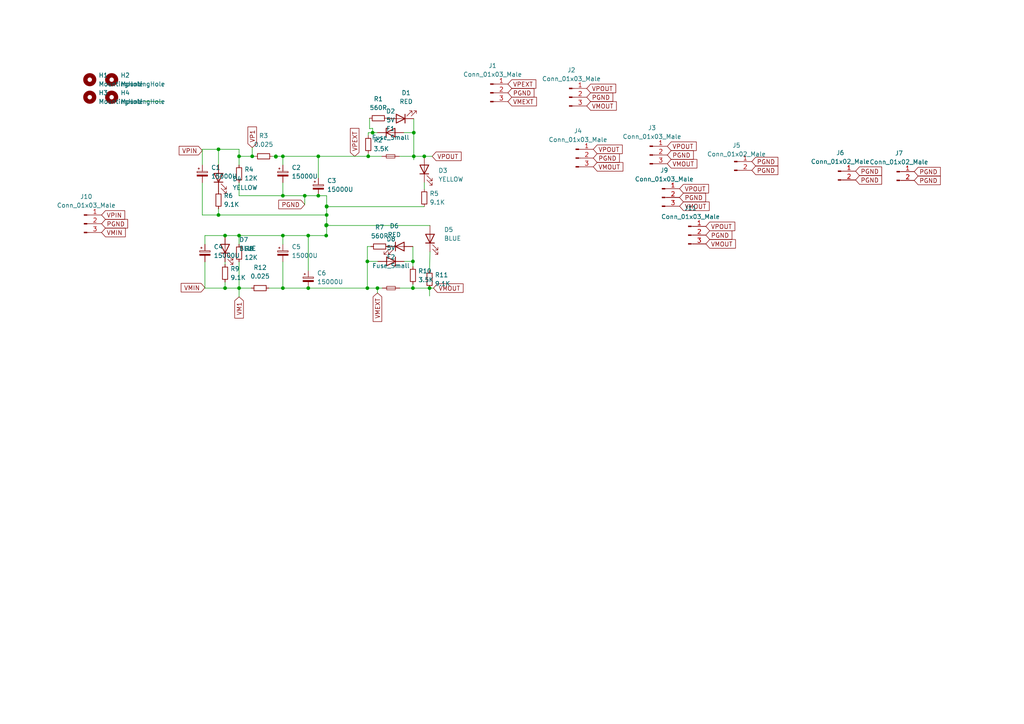
<source format=kicad_sch>
(kicad_sch (version 20211123) (generator eeschema)
  (paper "A4")
  (lib_symbols
    (symbol "Connector:Conn_01x02_Male" (pin_names (offset 1.016) hide)
      (property "Reference" "J" (at 0 2.54 0))
      (property "Value" "Conn_01x02_Male" (at 0 -5.08 0))
      (symbol "Conn_01x02_Male_1_1"
        (polyline (pts (xy 1.27 -2.54) (xy 0.8636 -2.54)) (stroke (width 0.1524)))
        (polyline (pts (xy 1.27 0) (xy 0.8636 0)) (stroke (width 0.1524)))
        (rectangle (start 0.8636 -2.413) (end 0 -2.667) (stroke (width 0.1524)) (fill (type outline)))
        (rectangle (start 0.8636 0.127) (end 0 -0.127) (stroke (width 0.1524)) (fill (type outline)))
        (pin passive line (at 5.08 0 180) (length 3.81) (name "Pin_1") (number "1"))
        (pin passive line (at 5.08 -2.54 180) (length 3.81) (name "Pin_2") (number "2"))
      )
    )
    (symbol "Connector:Conn_01x03_Male" (pin_names (offset 1.016) hide)
      (property "Reference" "J" (at 0 5.08 0))
      (property "Value" "Conn_01x03_Male" (at 0 -5.08 0))
      (symbol "Conn_01x03_Male_1_1"
        (polyline (pts (xy 1.27 -2.54) (xy 0.8636 -2.54)) (stroke (width 0.1524)))
        (polyline (pts (xy 1.27 0) (xy 0.8636 0)) (stroke (width 0.1524)))
        (polyline (pts (xy 1.27 2.54) (xy 0.8636 2.54)) (stroke (width 0.1524)))
        (rectangle (start 0.8636 -2.413) (end 0 -2.667) (stroke (width 0.1524)) (fill (type outline)))
        (rectangle (start 0.8636 0.127) (end 0 -0.127) (stroke (width 0.1524)) (fill (type outline)))
        (rectangle (start 0.8636 2.667) (end 0 2.413) (stroke (width 0.1524)) (fill (type outline)))
        (pin passive line (at 5.08 2.54 180) (length 3.81) (name "Pin_1") (number "1"))
        (pin passive line (at 5.08 0 180) (length 3.81) (name "Pin_2") (number "2"))
        (pin passive line (at 5.08 -2.54 180) (length 3.81) (name "Pin_3") (number "3"))
      )
    )
    (symbol "Device:C_Polarized_Small" (pin_numbers hide) (pin_names (offset 0.254) hide)
      (property "Reference" "C" (at 0.254 1.778 0))
      (property "Value" "C_Polarized_Small" (at 0.254 -2.032 0))
      (symbol "C_Polarized_Small_0_1"
        (rectangle (start -1.524 -0.3048) (end 1.524 -0.6858) (fill (type outline)))
        (rectangle (start -1.524 0.6858) (end 1.524 0.3048))
        (polyline (pts (xy -1.27 1.524) (xy -0.762 1.524)))
        (polyline (pts (xy -1.016 1.27) (xy -1.016 1.778)))
      )
      (symbol "C_Polarized_Small_1_1"
        (pin passive line (at 0 2.54 270) (length 1.8542) (name "~") (number "1"))
        (pin passive line (at 0 -2.54 90) (length 1.8542) (name "~") (number "2"))
      )
    )
    (symbol "Device:D_Zener" (pin_numbers hide) (pin_names (offset 1.016) hide)
      (property "Reference" "D" (at 0 2.54 0))
      (property "Value" "D_Zener" (at 0 -2.54 0))
      (symbol "D_Zener_0_1"
        (polyline (pts (xy 1.27 0) (xy -1.27 0)))
        (polyline (pts (xy -1.27 -1.27) (xy -1.27 1.27) (xy -0.762 1.27)) (stroke (width 0.254)))
        (polyline (pts (xy 1.27 -1.27) (xy 1.27 1.27) (xy -1.27 0) (xy 1.27 -1.27)) (stroke (width 0.254)))
      )
      (symbol "D_Zener_1_1"
        (pin passive line (at -3.81 0 0) (length 2.54) (name "K") (number "1"))
        (pin passive line (at 3.81 0 180) (length 2.54) (name "A") (number "2"))
      )
    )
    (symbol "Device:Fuse_Small" (pin_numbers hide) (pin_names (offset 0.254) hide)
      (property "Reference" "F" (at 0 -1.524 0))
      (property "Value" "Fuse_Small" (at 0 1.524 0))
      (symbol "Fuse_Small_0_1"
        (rectangle (start -1.27 0.508) (end 1.27 -0.508))
        (polyline (pts (xy -1.27 0) (xy 1.27 0)))
      )
      (symbol "Fuse_Small_1_1"
        (pin passive line (at -2.54 0 0) (length 1.27) (name "~") (number "1"))
        (pin passive line (at 2.54 0 180) (length 1.27) (name "~") (number "2"))
      )
    )
    (symbol "Device:LED" (pin_numbers hide) (pin_names (offset 1.016) hide)
      (property "Reference" "D" (at 0 2.54 0))
      (property "Value" "LED" (at 0 -2.54 0))
      (symbol "LED_0_1"
        (polyline (pts (xy -1.27 -1.27) (xy -1.27 1.27)) (stroke (width 0.254)))
        (polyline (pts (xy -1.27 0) (xy 1.27 0)))
        (polyline (pts (xy 1.27 -1.27) (xy 1.27 1.27) (xy -1.27 0) (xy 1.27 -1.27)) (stroke (width 0.254)))
        (polyline (pts (xy -3.048 -0.762) (xy -4.572 -2.286) (xy -3.81 -2.286) (xy -4.572 -2.286) (xy -4.572 -1.524)))
        (polyline (pts (xy -1.778 -0.762) (xy -3.302 -2.286) (xy -2.54 -2.286) (xy -3.302 -2.286) (xy -3.302 -1.524)))
      )
      (symbol "LED_1_1"
        (pin passive line (at -3.81 0 0) (length 2.54) (name "K") (number "1"))
        (pin passive line (at 3.81 0 180) (length 2.54) (name "A") (number "2"))
      )
    )
    (symbol "Device:R_Small" (pin_numbers hide) (pin_names (offset 0.254) hide)
      (property "Reference" "R" (at 0.762 0.508 0))
      (property "Value" "R_Small" (at 0.762 -1.016 0))
      (symbol "R_Small_0_1"
        (rectangle (start -0.762 1.778) (end 0.762 -1.778) (stroke (width 0.2032)))
      )
      (symbol "R_Small_1_1"
        (pin passive line (at 0 2.54 270) (length 0.762) (name "~") (number "1"))
        (pin passive line (at 0 -2.54 90) (length 0.762) (name "~") (number "2"))
      )
    )
    (symbol "Mechanical:MountingHole" (pin_names (offset 1.016))
      (property "Reference" "H" (at 0 5.08 0))
      (property "Value" "MountingHole" (at 0 3.175 0))
      (symbol "MountingHole_0_1"
        (circle (center 0 0) (radius 1.27) (stroke (width 1.27)))
      )
    )
  )
  (junction (at 106.553 83.566))
  (junction (at 94.615 65.278))
  (junction (at 65.278 68.326))
  (junction (at 69.342 68.326))
  (junction (at 123.063 45.339))
  (junction (at 92.329 45.339))
  (junction (at 94.742 65.278))
  (junction (at 94.742 59.817))
  (junction (at 80.01 45.339))
  (junction (at 89.408 83.566))
  (junction (at 69.342 45.339))
  (junction (at 120.015 45.339))
  (junction (at 108.077 38.481))
  (junction (at 73.152 45.339))
  (junction (at 94.742 62.357))
  (junction (at 119.761 75.819))
  (junction (at 82.042 83.566))
  (junction (at 88.392 56.769))
  (junction (at 63.373 43.307))
  (junction (at 109.474 83.566))
  (junction (at 120.015 38.481))
  (junction (at 82.042 45.339))
  (junction (at 82.042 68.326))
  (junction (at 94.615 68.326))
  (junction (at 89.408 68.326))
  (junction (at 82.042 56.769))
  (junction (at 65.278 83.566))
  (junction (at 69.342 83.566))
  (junction (at 80.01 45.466))
  (junction (at 92.329 56.769))
  (junction (at 106.807 45.339))
  (junction (at 124.587 83.566))
  (junction (at 94.615 65.405))
  (junction (at 94.742 59.944))
  (junction (at 106.553 75.819))
  (junction (at 119.761 83.566))
  (junction (at 63.373 62.357))
  (wire (pts (xy 59.436 68.326) (xy 65.278 68.326)))
  (wire (pts (xy 65.278 68.326) (xy 69.342 68.326)))
  (wire (pts (xy 94.742 59.817) (xy 94.742 59.944)))
  (wire (pts (xy 120.015 38.481) (xy 120.015 45.339)))
  (wire (pts (xy 119.761 75.819) (xy 119.761 77.343)))
  (wire (pts (xy 69.342 45.339) (xy 69.342 47.879)))
  (wire (pts (xy 82.042 68.326) (xy 89.408 68.326)))
  (wire (pts (xy 69.342 68.326) (xy 82.042 68.326)))
  (wire (pts (xy 65.278 83.566) (xy 69.342 83.566)))
  (wire (pts (xy 69.342 83.566) (xy 69.342 86.106)))
  (wire (pts (xy 89.408 78.486) (xy 89.408 68.326)))
  (wire (pts (xy 58.674 43.307) (xy 58.674 47.879)))
  (wire (pts (xy 107.188 37.338) (xy 108.077 37.211)))
  (wire (pts (xy 92.329 51.689) (xy 92.329 45.339)))
  (wire (pts (xy 117.221 75.819) (xy 119.761 75.819)))
  (wire (pts (xy 78.994 45.339) (xy 80.01 45.339)))
  (wire (pts (xy 63.373 47.752) (xy 63.373 43.307)))
  (wire (pts (xy 94.615 65.405) (xy 94.615 65.278)))
  (wire (pts (xy 106.807 38.481) (xy 106.807 39.37)))
  (wire (pts (xy 80.01 45.339) (xy 82.042 45.339)))
  (wire (pts (xy 123.063 45.339) (xy 125.349 45.339)))
  (wire (pts (xy 82.042 45.339) (xy 92.329 45.339)))
  (wire (pts (xy 117.094 38.481) (xy 120.015 38.481)))
  (wire (pts (xy 88.392 56.769) (xy 92.329 56.769)))
  (wire (pts (xy 58.674 43.307) (xy 63.373 43.307)))
  (wire (pts (xy 124.714 73.025) (xy 124.587 78.486)))
  (wire (pts (xy 82.042 56.769) (xy 82.042 52.959)))
  (wire (pts (xy 119.761 82.423) (xy 119.761 83.566)))
  (wire (pts (xy 109.601 75.819) (xy 106.553 75.819)))
  (wire (pts (xy 63.373 55.499) (xy 63.373 55.372)))
  (wire (pts (xy 124.587 83.566) (xy 124.587 85.852)))
  (wire (pts (xy 92.329 56.769) (xy 94.742 56.769)))
  (wire (pts (xy 92.329 45.339) (xy 106.807 45.339)))
  (wire (pts (xy 80.01 45.339) (xy 80.01 45.466)))
  (wire (pts (xy 106.553 83.566) (xy 109.474 83.566)))
  (wire (pts (xy 69.342 56.769) (xy 82.042 56.769)))
  (wire (pts (xy 106.807 45.339) (xy 110.744 45.339)))
  (wire (pts (xy 94.615 68.326) (xy 94.742 68.326)))
  (wire (pts (xy 109.474 83.566) (xy 110.871 83.566)))
  (wire (pts (xy 119.761 83.566) (xy 124.587 83.566)))
  (wire (pts (xy 106.807 38.481) (xy 108.077 38.481)))
  (wire (pts (xy 58.674 52.959) (xy 58.674 62.357)))
  (wire (pts (xy 59.436 83.566) (xy 65.278 83.566)))
  (wire (pts (xy 89.408 83.566) (xy 106.553 83.566)))
  (wire (pts (xy 94.742 56.769) (xy 94.742 59.817)))
  (wire (pts (xy 123.063 54.864) (xy 123.063 52.959)))
  (wire (pts (xy 58.674 62.357) (xy 63.373 62.357)))
  (wire (pts (xy 94.742 59.944) (xy 94.742 62.357)))
  (wire (pts (xy 63.373 43.307) (xy 69.342 43.307)))
  (wire (pts (xy 69.342 75.946) (xy 69.342 83.566)))
  (wire (pts (xy 65.278 75.946) (xy 65.278 76.708)))
  (wire (pts (xy 82.042 56.769) (xy 88.392 56.769)))
  (wire (pts (xy 94.742 62.357) (xy 94.742 65.278)))
  (wire (pts (xy 106.553 71.501) (xy 107.569 71.501)))
  (wire (pts (xy 77.978 83.566) (xy 82.042 83.566)))
  (wire (pts (xy 82.042 68.326) (xy 82.042 70.866)))
  (wire (pts (xy 88.392 56.769) (xy 88.392 59.309)))
  (wire (pts (xy 46.99 29.464) (xy 41.91 29.337)))
  (wire (pts (xy 112.141 71.501) (xy 112.649 71.501)))
  (wire (pts (xy 120.015 45.339) (xy 123.063 45.339)))
  (wire (pts (xy 63.373 60.579) (xy 63.373 62.357)))
  (wire (pts (xy 115.824 45.339) (xy 120.015 45.339)))
  (wire (pts (xy 65.278 81.788) (xy 65.278 83.566)))
  (wire (pts (xy 124.587 83.566) (xy 125.73 83.566)))
  (wire (pts (xy 122.174 81.407) (xy 122.174 81.788)))
  (wire (pts (xy 119.761 71.501) (xy 119.761 75.819)))
  (wire (pts (xy 59.436 70.866) (xy 59.436 68.326)))
  (wire (pts (xy 69.342 52.959) (xy 69.342 56.769)))
  (wire (pts (xy 69.342 43.307) (xy 69.342 45.339)))
  (wire (pts (xy 94.742 65.278) (xy 94.742 68.326)))
  (wire (pts (xy 73.152 45.339) (xy 73.914 45.339)))
  (wire (pts (xy 82.042 45.339) (xy 82.042 47.879)))
  (wire (pts (xy 94.742 59.944) (xy 123.063 59.944)))
  (wire (pts (xy 106.553 71.501) (xy 106.553 75.819)))
  (wire (pts (xy 109.474 83.566) (xy 109.474 84.963)))
  (wire (pts (xy 106.807 44.45) (xy 106.807 45.339)))
  (wire (pts (xy 108.077 38.481) (xy 109.474 38.481)))
  (wire (pts (xy 73.152 42.799) (xy 73.152 45.339)))
  (wire (pts (xy 107.188 34.29) (xy 107.188 37.338)))
  (wire (pts (xy 82.042 83.566) (xy 89.408 83.566)))
  (wire (pts (xy 106.553 75.819) (xy 106.553 83.566)))
  (wire (pts (xy 82.042 75.946) (xy 82.042 83.566)))
  (wire (pts (xy 108.077 37.211) (xy 108.077 38.481)))
  (wire (pts (xy 89.408 68.326) (xy 94.615 68.326)))
  (wire (pts (xy 120.015 45.339) (xy 120.015 46.355)))
  (wire (pts (xy 69.342 68.326) (xy 69.342 70.866)))
  (wire (pts (xy 63.373 62.357) (xy 94.742 62.357)))
  (wire (pts (xy 120.015 34.417) (xy 120.015 38.481)))
  (wire (pts (xy 94.615 65.278) (xy 94.742 65.278)))
  (wire (pts (xy 94.615 65.405) (xy 124.714 65.405)))
  (wire (pts (xy 59.436 75.946) (xy 59.436 83.566)))
  (wire (pts (xy 69.342 45.339) (xy 73.152 45.339)))
  (wire (pts (xy 115.951 83.566) (xy 119.761 83.566)))
  (wire (pts (xy 69.342 83.566) (xy 72.898 83.566)))
  (wire (pts (xy 112.395 34.417) (xy 112.268 34.29)))
  (global_label "VMEXT" (shape input) (at 109.474 84.963 270) (property "Intersheet References" "${INTERSHEET_REFS}" (effects hide)))
  (global_label "VMIN" (shape input) (at 59.436 83.439 180) (property "Intersheet References" "${INTERSHEET_REFS}" (effects hide)))
  (global_label "VP1" (shape input) (at 73.152 42.799 90) (property "Intersheet References" "${INTERSHEET_REFS}" (effects hide)))
  (global_label "PGND" (shape input) (at 170.18 28.194 0) (property "Intersheet References" "${INTERSHEET_REFS}" (effects hide)))
  (global_label "PGND" (shape input) (at 218.059 49.403 0) (property "Intersheet References" "${INTERSHEET_REFS}" (effects hide)))
  (global_label "VPOUT" (shape input) (at 170.18 25.654 0) (property "Intersheet References" "${INTERSHEET_REFS}" (effects hide)))
  (global_label "PGND" (shape input) (at 147.32 26.924 0) (property "Intersheet References" "${INTERSHEET_REFS}" (effects hide)))
  (global_label "VMOUT" (shape input) (at 125.73 83.566 0) (property "Intersheet References" "${INTERSHEET_REFS}" (effects hide)))
  (global_label "VPIN" (shape input) (at 29.464 62.357 0) (property "Intersheet References" "${INTERSHEET_REFS}" (effects hide)))
  (global_label "VMOUT" (shape input) (at 197.104 59.817 0) (property "Intersheet References" "${INTERSHEET_REFS}" (effects hide)))
  (global_label "VPOUT" (shape input) (at 172.085 43.307 0) (property "Intersheet References" "${INTERSHEET_REFS}" (effects hide)))
  (global_label "VMEXT" (shape input) (at 147.32 29.464 0) (property "Intersheet References" "${INTERSHEET_REFS}" (effects hide)))
  (global_label "VPEXT" (shape input) (at 102.87 45.339 90) (property "Intersheet References" "${INTERSHEET_REFS}" (effects hide)))
  (global_label "VM1" (shape input) (at 69.342 86.106 270) (property "Intersheet References" "${INTERSHEET_REFS}" (effects hide)))
  (global_label "PGND" (shape input) (at 193.548 44.958 0) (property "Intersheet References" "${INTERSHEET_REFS}" (effects hide)))
  (global_label "VPIN" (shape input) (at 58.674 43.688 180) (property "Intersheet References" "${INTERSHEET_REFS}" (effects hide)))
  (global_label "PGND" (shape input) (at 204.724 68.199 0) (property "Intersheet References" "${INTERSHEET_REFS}" (effects hide)))
  (global_label "VMOUT" (shape input) (at 170.18 30.734 0) (property "Intersheet References" "${INTERSHEET_REFS}" (effects hide)))
  (global_label "VPOUT" (shape input) (at 197.104 54.737 0) (property "Intersheet References" "${INTERSHEET_REFS}" (effects hide)))
  (global_label "PGND" (shape input) (at 248.158 52.197 0) (property "Intersheet References" "${INTERSHEET_REFS}" (effects hide)))
  (global_label "PGND" (shape input) (at 172.085 45.847 0) (property "Intersheet References" "${INTERSHEET_REFS}" (effects hide)))
  (global_label "PGND" (shape input) (at 197.104 57.277 0) (property "Intersheet References" "${INTERSHEET_REFS}" (effects hide)))
  (global_label "PGND" (shape input) (at 265.176 52.324 0) (property "Intersheet References" "${INTERSHEET_REFS}" (effects hide)))
  (global_label "VPOUT" (shape input) (at 204.724 65.659 0) (property "Intersheet References" "${INTERSHEET_REFS}" (effects hide)))
  (global_label "PGND" (shape input) (at 248.158 49.657 0) (property "Intersheet References" "${INTERSHEET_REFS}" (effects hide)))
  (global_label "VMOUT" (shape input) (at 172.085 48.387 0) (property "Intersheet References" "${INTERSHEET_REFS}" (effects hide)))
  (global_label "VMOUT" (shape input) (at 204.724 70.739 0) (property "Intersheet References" "${INTERSHEET_REFS}" (effects hide)))
  (global_label "PGND" (shape input) (at 218.059 46.863 0) (property "Intersheet References" "${INTERSHEET_REFS}" (effects hide)))
  (global_label "PGND" (shape input) (at 265.176 49.784 0) (property "Intersheet References" "${INTERSHEET_REFS}" (effects hide)))
  (global_label "VPOUT" (shape input) (at 193.548 42.418 0) (property "Intersheet References" "${INTERSHEET_REFS}" (effects hide)))
  (global_label "PGND" (shape input) (at 88.392 59.309 180) (property "Intersheet References" "${INTERSHEET_REFS}" (effects hide)))
  (global_label "VPEXT" (shape input) (at 147.32 24.384 0) (property "Intersheet References" "${INTERSHEET_REFS}" (effects hide)))
  (global_label "VMOUT" (shape input) (at 193.548 47.498 0) (property "Intersheet References" "${INTERSHEET_REFS}" (effects hide)))
  (global_label "VMIN" (shape input) (at 29.464 67.437 0) (property "Intersheet References" "${INTERSHEET_REFS}" (effects hide)))
  (global_label "PGND" (shape input) (at 29.464 64.897 0) (property "Intersheet References" "${INTERSHEET_REFS}" (effects hide)))
  (global_label "VPOUT" (shape input) (at 125.349 45.339 0) (property "Intersheet References" "${INTERSHEET_REFS}" (effects hide)))
  (symbol (lib_id "Device:LED") (at 115.951 71.501 0) (unit 1)
    (property "Reference" "D6" (at 114.3635 65.532 0))
    (property "Value" "RED" (at 114.3635 68.072 0))
    (property "Footprint" "LED_SMD:LED_0805_2012Metric_Pad1.15x1.40mm_HandSolder" (effects hide))
  )
  (symbol (lib_id "Device:R_Small") (at 75.438 83.566 90) (unit 1)
    (property "Reference" "R12" (at 75.438 77.597 90))
    (property "Value" "0.025" (at 75.438 80.137 90))
    (property "Footprint" "Resistor_SMD:R_0612_1632Metric_Pad1.18x3.40mm_HandSolder" (effects hide))
  )
  (symbol (lib_id "Connector:Conn_01x02_Male") (at 243.078 49.657 0) (unit 1)
    (property "Reference" "J6" (at 243.713 44.323 0))
    (property "Value" "Conn_01x02_Male" (at 243.713 46.863 0))
    (property "Footprint" "Connector_JST:JST_PH_B2B-PH-K_1x02_P2.00mm_Vertical" (effects hide))
  )
  (symbol (lib_id "Connector:Conn_01x03_Male") (at 142.24 26.924 0) (unit 1)
    (property "Reference" "J1" (at 142.875 19.05 0))
    (property "Value" "Conn_01x03_Male" (at 142.875 21.59 0))
    (property "Footprint" "Connector_JST:JST_VH_B3P-VH_1x03_P3.96mm_Vertical" (effects hide))
  )
  (symbol (lib_id "Device:C_Polarized_Small") (at 82.042 73.406 0) (unit 1)
    (property "Reference" "C5" (at 84.582 71.5898 0) (effects (justify left)))
    (property "Value" "15000U" (at 84.582 74.1298 0) (effects (justify left)))
    (property "Footprint" "Capacitor_THT:CP_Radial_D30.0mm_P10.00mm_SnapIn" (effects hide))
  )
  (symbol (lib_id "Device:R_Small") (at 123.063 57.404 0) (unit 1)
    (property "Reference" "R5" (at 124.587 56.1339 0) (effects (justify left)))
    (property "Value" "9.1K" (at 124.587 58.6739 0) (effects (justify left)))
    (property "Footprint" "Resistor_SMD:R_0805_2012Metric_Pad1.20x1.40mm_HandSolder" (effects hide))
  )
  (symbol (lib_id "Mechanical:MountingHole") (at 26.035 28.194 0) (unit 1)
    (property "Reference" "H3" (at 28.575 26.9239 0) (effects (justify left)))
    (property "Value" "MountingHole" (at 28.575 29.4639 0) (effects (justify left)))
    (property "Footprint" "MountingHole:MountingHole_3mm" (effects hide))
  )
  (symbol (lib_id "Device:D_Zener") (at 113.411 75.819 180) (unit 1)
    (property "Reference" "D8" (at 113.411 69.342 0))
    (property "Value" "5V" (at 113.411 71.882 0))
    (property "Footprint" "Diode_SMD:D_MELF" (effects hide))
  )
  (symbol (lib_id "Connector:Conn_01x03_Male") (at 165.1 28.194 0) (unit 1)
    (property "Reference" "J2" (at 165.735 20.32 0))
    (property "Value" "Conn_01x03_Male" (at 165.735 22.86 0))
    (property "Footprint" "Connector_JST:JST_VH_B3P-VH_1x03_P3.96mm_Vertical" (effects hide))
  )
  (symbol (lib_id "Connector:Conn_01x03_Male") (at 24.384 64.897 0) (unit 1)
    (property "Reference" "J10" (at 25.019 57.023 0))
    (property "Value" "Conn_01x03_Male" (at 25.019 59.563 0))
    (property "Footprint" "Connector_JST:JST_VH_B3P-VH_1x03_P3.96mm_Vertical" (effects hide))
  )
  (symbol (lib_id "Connector:Conn_01x03_Male") (at 188.468 44.958 0) (unit 1)
    (property "Reference" "J3" (at 189.103 37.084 0))
    (property "Value" "Conn_01x03_Male" (at 189.103 39.624 0))
    (property "Footprint" "Connector_JST:JST_VH_B3P-VH_1x03_P3.96mm_Vertical" (effects hide))
  )
  (symbol (lib_id "Device:R_Small") (at 110.109 71.501 90) (unit 1)
    (property "Reference" "R7" (at 110.109 65.913 90))
    (property "Value" "560R" (at 110.109 68.453 90))
    (property "Footprint" "Resistor_SMD:R_0805_2012Metric_Pad1.20x1.40mm_HandSolder" (effects hide))
  )
  (symbol (lib_id "Device:LED") (at 116.205 34.417 180) (unit 1)
    (property "Reference" "D1" (at 117.7925 26.924 0))
    (property "Value" "RED" (at 117.7925 29.464 0))
    (property "Footprint" "LED_SMD:LED_0805_2012Metric_Pad1.15x1.40mm_HandSolder" (effects hide))
  )
  (symbol (lib_id "Mechanical:MountingHole") (at 26.035 23.114 0) (unit 1)
    (property "Reference" "H1" (at 28.575 21.8439 0) (effects (justify left)))
    (property "Value" "MountingHole" (at 28.575 24.3839 0) (effects (justify left)))
    (property "Footprint" "MountingHole:MountingHole_3mm" (effects hide))
  )
  (symbol (lib_id "Device:C_Polarized_Small") (at 58.674 50.419 0) (unit 1)
    (property "Reference" "C1" (at 61.214 48.6028 0) (effects (justify left)))
    (property "Value" "15000U" (at 61.214 51.1428 0) (effects (justify left)))
    (property "Footprint" "Capacitor_THT:CP_Radial_D30.0mm_P10.00mm_SnapIn" (effects hide))
  )
  (symbol (lib_id "Device:C_Polarized_Small") (at 59.436 73.406 0) (unit 1)
    (property "Reference" "C4" (at 61.976 71.5898 0) (effects (justify left)))
    (property "Value" "15000U" (at 61.976 74.1298 0) (effects (justify left)))
    (property "Footprint" "Capacitor_THT:CP_Radial_D30.0mm_P10.00mm_SnapIn" (effects hide))
  )
  (symbol (lib_id "Device:R_Small") (at 119.761 79.883 180) (unit 1)
    (property "Reference" "R10" (at 121.285 78.6129 0) (effects (justify right)))
    (property "Value" "3.5K" (at 121.285 81.1529 0) (effects (justify right)))
    (property "Footprint" "Resistor_SMD:R_1206_3216Metric_Pad1.30x1.75mm_HandSolder" (effects hide))
  )
  (symbol (lib_id "Connector:Conn_01x03_Male") (at 199.644 68.199 0) (unit 1)
    (property "Reference" "J11" (at 200.279 60.325 0))
    (property "Value" "Conn_01x03_Male" (at 200.279 62.865 0))
    (property "Footprint" "Connector_JST:JST_VH_B3P-VH_1x03_P3.96mm_Vertical" (effects hide))
  )
  (symbol (lib_id "Device:Fuse_Small") (at 113.411 83.566 0) (unit 1)
    (property "Reference" "F2" (at 113.411 74.549 0))
    (property "Value" "Fuse_Small" (at 113.411 77.089 0))
    (property "Footprint" "Fuse:5x20mm AliExpress 250V 6A" (effects hide))
  )
  (symbol (lib_id "Connector:Conn_01x02_Male") (at 212.979 46.863 0) (unit 1)
    (property "Reference" "J5" (at 213.614 42.164 0))
    (property "Value" "Conn_01x02_Male" (at 213.614 44.704 0))
    (property "Footprint" "Connector_JST:JST_PH_B2B-PH-K_1x02_P2.00mm_Vertical" (effects hide))
  )
  (symbol (lib_id "Device:R_Small") (at 124.587 81.026 0) (unit 1)
    (property "Reference" "R11" (at 126.111 79.7559 0) (effects (justify left)))
    (property "Value" "9.1K" (at 126.111 82.2959 0) (effects (justify left)))
    (property "Footprint" "Resistor_SMD:R_0805_2012Metric_Pad1.20x1.40mm_HandSolder" (effects hide))
  )
  (symbol (lib_id "Device:C_Polarized_Small") (at 82.042 50.419 0) (unit 1)
    (property "Reference" "C2" (at 84.582 48.6028 0) (effects (justify left)))
    (property "Value" "15000U" (at 84.582 51.1428 0) (effects (justify left)))
    (property "Footprint" "Capacitor_THT:CP_Radial_D30.0mm_P10.00mm_SnapIn" (effects hide))
  )
  (symbol (lib_id "Device:LED") (at 123.063 49.149 90) (unit 1)
    (property "Reference" "D3" (at 127.127 49.4664 90) (effects (justify right)))
    (property "Value" "YELLOW" (at 127.127 52.0064 90) (effects (justify right)))
    (property "Footprint" "LED_SMD:LED_0805_2012Metric_Pad1.15x1.40mm_HandSolder" (effects hide))
  )
  (symbol (lib_id "Device:R_Small") (at 69.342 50.419 0) (unit 1)
    (property "Reference" "R4" (at 70.866 49.1489 0) (effects (justify left)))
    (property "Value" "12K" (at 70.866 51.6889 0) (effects (justify left)))
    (property "Footprint" "Resistor_SMD:R_0805_2012Metric_Pad1.20x1.40mm_HandSolder" (effects hide))
  )
  (symbol (lib_id "Device:R_Small") (at 63.373 58.039 0) (unit 1)
    (property "Reference" "R6" (at 64.897 56.7689 0) (effects (justify left)))
    (property "Value" "9.1K" (at 64.897 59.3089 0) (effects (justify left)))
    (property "Footprint" "Resistor_SMD:R_0805_2012Metric_Pad1.20x1.40mm_HandSolder" (effects hide))
  )
  (symbol (lib_id "Device:LED") (at 63.373 51.562 90) (unit 1)
    (property "Reference" "D4" (at 67.437 51.8794 90) (effects (justify right)))
    (property "Value" "YELLOW" (at 67.437 54.4194 90) (effects (justify right)))
    (property "Footprint" "LED_SMD:LED_0805_2012Metric_Pad1.15x1.40mm_HandSolder" (effects hide))
  )
  (symbol (lib_id "Device:R_Small") (at 109.728 34.29 90) (unit 1)
    (property "Reference" "R1" (at 109.728 28.702 90))
    (property "Value" "560R" (at 109.728 31.242 90))
    (property "Footprint" "Resistor_SMD:R_0805_2012Metric_Pad1.20x1.40mm_HandSolder" (effects hide))
  )
  (symbol (lib_id "Device:R_Small") (at 76.454 45.339 90) (unit 1)
    (property "Reference" "R3" (at 76.454 39.37 90))
    (property "Value" "0.025" (at 76.454 41.91 90))
    (property "Footprint" "Resistor_SMD:R_0612_1632Metric_Pad1.18x3.40mm_HandSolder" (effects hide))
  )
  (symbol (lib_id "Device:D_Zener") (at 113.284 38.481 0) (unit 1)
    (property "Reference" "D2" (at 113.284 32.258 0))
    (property "Value" "5V" (at 113.284 34.798 0))
    (property "Footprint" "Diode_SMD:D_MELF" (effects hide))
  )
  (symbol (lib_id "Mechanical:MountingHole") (at 32.385 28.194 0) (unit 1)
    (property "Reference" "H4" (at 34.925 26.9239 0) (effects (justify left)))
    (property "Value" "MountingHole" (at 34.925 29.4639 0) (effects (justify left)))
    (property "Footprint" "MountingHole:MountingHole_3.2mm_M3" (effects hide))
  )
  (symbol (lib_id "Device:C_Polarized_Small") (at 89.408 81.026 0) (unit 1)
    (property "Reference" "C6" (at 91.948 79.2098 0) (effects (justify left)))
    (property "Value" "15000U" (at 91.948 81.7498 0) (effects (justify left)))
    (property "Footprint" "Capacitor_THT:CP_Radial_D30.0mm_P10.00mm_SnapIn" (effects hide))
  )
  (symbol (lib_id "Device:R_Small") (at 69.342 73.406 0) (unit 1)
    (property "Reference" "R8" (at 70.866 72.1359 0) (effects (justify left)))
    (property "Value" "12K" (at 70.866 74.6759 0) (effects (justify left)))
    (property "Footprint" "Resistor_SMD:R_0805_2012Metric_Pad1.20x1.40mm_HandSolder" (effects hide))
  )
  (symbol (lib_id "Device:C_Polarized_Small") (at 92.329 54.229 0) (unit 1)
    (property "Reference" "C3" (at 94.869 52.4128 0) (effects (justify left)))
    (property "Value" "15000U" (at 94.869 54.9528 0) (effects (justify left)))
    (property "Footprint" "Capacitor_THT:CP_Radial_D30.0mm_P10.00mm_SnapIn" (effects hide))
  )
  (symbol (lib_id "Connector:Conn_01x02_Male") (at 260.096 49.784 0) (unit 1)
    (property "Reference" "J7" (at 260.731 44.45 0))
    (property "Value" "Conn_01x02_Male" (at 260.731 46.99 0))
    (property "Footprint" "Connector_JST:JST_VH_B2P-VH-B_1x02_P3.96mm_Vertical" (effects hide))
  )
  (symbol (lib_id "Mechanical:MountingHole") (at 32.385 23.114 0) (unit 1)
    (property "Reference" "H2" (at 34.925 21.8439 0) (effects (justify left)))
    (property "Value" "MountingHole" (at 34.925 24.3839 0) (effects (justify left)))
    (property "Footprint" "MountingHole:MountingHole_3.2mm_M3" (effects hide))
  )
  (symbol (lib_id "Device:LED") (at 124.714 69.215 90) (unit 1)
    (property "Reference" "D5" (at 128.778 66.6114 90) (effects (justify right)))
    (property "Value" "BLUE" (at 128.778 69.1514 90) (effects (justify right)))
    (property "Footprint" "LED_SMD:LED_0805_2012Metric_Pad1.15x1.40mm_HandSolder" (effects hide))
  )
  (symbol (lib_id "Device:R_Small") (at 65.278 79.248 0) (unit 1)
    (property "Reference" "R9" (at 66.802 77.9779 0) (effects (justify left)))
    (property "Value" "9.1K" (at 66.802 80.5179 0) (effects (justify left)))
    (property "Footprint" "Resistor_SMD:R_0805_2012Metric_Pad1.20x1.40mm_HandSolder" (effects hide))
  )
  (symbol (lib_id "Device:Fuse_Small") (at 113.284 45.339 0) (unit 1)
    (property "Reference" "F1" (at 113.284 37.338 0))
    (property "Value" "Fuse_Small" (at 113.284 39.878 0))
    (property "Footprint" "Fuse:5x20mm AliExpress 250V 6A" (effects hide))
  )
  (symbol (lib_id "Device:R_Small") (at 106.807 41.91 180) (unit 1)
    (property "Reference" "R2" (at 108.331 40.6399 0) (effects (justify right)))
    (property "Value" "3.5K" (at 108.331 43.1799 0) (effects (justify right)))
    (property "Footprint" "Resistor_SMD:R_1206_3216Metric_Pad1.30x1.75mm_HandSolder" (effects hide))
  )
  (symbol (lib_id "Connector:Conn_01x03_Male") (at 192.024 57.277 0) (unit 1)
    (property "Reference" "J9" (at 192.659 49.403 0))
    (property "Value" "Conn_01x03_Male" (at 192.659 51.943 0))
    (property "Footprint" "Connector_JST:JST_VH_B3P-VH_1x03_P3.96mm_Vertical" (effects hide))
  )
  (symbol (lib_id "Connector:Conn_01x03_Male") (at 167.005 45.847 0) (unit 1)
    (property "Reference" "J4" (at 167.64 37.973 0))
    (property "Value" "Conn_01x03_Male" (at 167.64 40.513 0))
    (property "Footprint" "Connector_JST:JST_VH_B3P-VH_1x03_P3.96mm_Vertical" (effects hide))
  )
  (symbol (lib_id "Device:LED") (at 65.278 72.136 90) (unit 1)
    (property "Reference" "D7" (at 69.342 69.5324 90) (effects (justify right)))
    (property "Value" "BLUE" (at 69.342 72.0724 90) (effects (justify right)))
    (property "Footprint" "LED_SMD:LED_0805_2012Metric_Pad1.15x1.40mm_HandSolder" (effects hide))
  )
)
</source>
